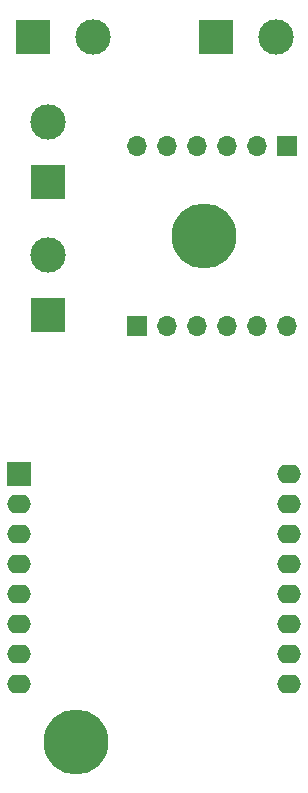
<source format=gbr>
%TF.GenerationSoftware,KiCad,Pcbnew,(6.0.6-0)*%
%TF.CreationDate,2023-03-25T13:57:32+01:00*%
%TF.ProjectId,bubblebutbot,62756262-6c65-4627-9574-626f742e6b69,rev?*%
%TF.SameCoordinates,Original*%
%TF.FileFunction,Soldermask,Bot*%
%TF.FilePolarity,Negative*%
%FSLAX46Y46*%
G04 Gerber Fmt 4.6, Leading zero omitted, Abs format (unit mm)*
G04 Created by KiCad (PCBNEW (6.0.6-0)) date 2023-03-25 13:57:32*
%MOMM*%
%LPD*%
G01*
G04 APERTURE LIST*
%ADD10C,3.000000*%
%ADD11R,3.000000X3.000000*%
%ADD12O,1.700000X1.700000*%
%ADD13R,1.700000X1.700000*%
%ADD14C,5.500000*%
%ADD15R,2.000000X2.000000*%
%ADD16O,2.000000X1.600000*%
G04 APERTURE END LIST*
D10*
%TO.C,J6*%
X157000000Y-87210000D03*
D11*
X157000000Y-92290000D03*
%TD*%
D12*
%TO.C,J4*%
X177200000Y-104500000D03*
X174660000Y-104500000D03*
X172120000Y-104500000D03*
X169580000Y-104500000D03*
X167040000Y-104500000D03*
D13*
X164500000Y-104500000D03*
%TD*%
D14*
%TO.C,H2*%
X159300000Y-139700000D03*
%TD*%
%TO.C,H1*%
X170180800Y-96887500D03*
%TD*%
D11*
%TO.C,J5*%
X157000000Y-103540000D03*
D10*
X157000000Y-98460000D03*
%TD*%
D11*
%TO.C,J1*%
X171210000Y-80000000D03*
D10*
X176290000Y-80000000D03*
%TD*%
D11*
%TO.C,J2*%
X155710000Y-80000000D03*
D10*
X160790000Y-80000000D03*
%TD*%
D12*
%TO.C,J3*%
X164500000Y-89275000D03*
X167040000Y-89275000D03*
X169580000Y-89275000D03*
X172120000Y-89275000D03*
X174660000Y-89275000D03*
D13*
X177200000Y-89275000D03*
%TD*%
D15*
%TO.C,U1*%
X154520000Y-117000000D03*
D16*
X154520000Y-119540000D03*
X154520000Y-122080000D03*
X154520000Y-124620000D03*
X154520000Y-127160000D03*
X154520000Y-129700000D03*
X154520000Y-132240000D03*
X154520000Y-134780000D03*
X177380000Y-134780000D03*
X177380000Y-132240000D03*
X177380000Y-129700000D03*
X177380000Y-127160000D03*
X177380000Y-124620000D03*
X177380000Y-122080000D03*
X177380000Y-119540000D03*
X177380000Y-117000000D03*
%TD*%
M02*

</source>
